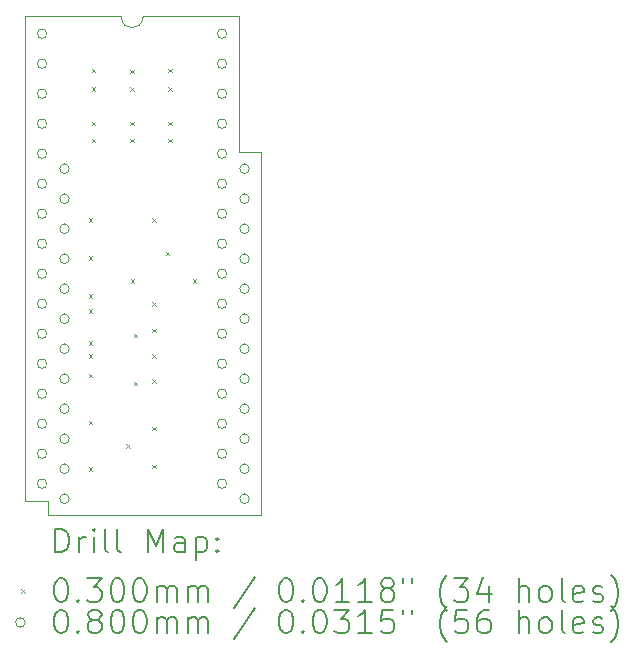
<source format=gbr>
%FSLAX45Y45*%
G04 Gerber Fmt 4.5, Leading zero omitted, Abs format (unit mm)*
G04 Created by KiCad (PCBNEW (6.0.1)) date 2022-02-10 14:07:41*
%MOMM*%
%LPD*%
G01*
G04 APERTURE LIST*
%TA.AperFunction,Profile*%
%ADD10C,0.050000*%
%TD*%
%ADD11C,0.200000*%
%ADD12C,0.030000*%
%ADD13C,0.080000*%
G04 APERTURE END LIST*
D10*
X15670000Y-8439000D02*
X15860500Y-8439000D01*
X13863000Y-11395000D02*
X13863000Y-7290000D01*
X14053500Y-11395000D02*
X13863000Y-11395000D01*
X14856500Y-7298500D02*
X14856500Y-7290000D01*
X14676500Y-7298500D02*
G75*
G03*
X14856500Y-7298500I90000J0D01*
G01*
X15670000Y-7290000D02*
X15670000Y-8439000D01*
X15860500Y-8439000D02*
X15860500Y-11516000D01*
X14676500Y-7290000D02*
X14676500Y-7298500D01*
X14856500Y-7290000D02*
X15670000Y-7290000D01*
X15860500Y-11516000D02*
X14053500Y-11516000D01*
X13863000Y-7290000D02*
X14676500Y-7290000D01*
X14053500Y-11516000D02*
X14053500Y-11395000D01*
D11*
D12*
X14398175Y-9000757D02*
X14428175Y-9030757D01*
X14428175Y-9000757D02*
X14398175Y-9030757D01*
X14398175Y-9321757D02*
X14428175Y-9351757D01*
X14428175Y-9321757D02*
X14398175Y-9351757D01*
X14398175Y-9645000D02*
X14428175Y-9675000D01*
X14428175Y-9645000D02*
X14398175Y-9675000D01*
X14398175Y-9772000D02*
X14428175Y-9802000D01*
X14428175Y-9772000D02*
X14398175Y-9802000D01*
X14398175Y-10043400D02*
X14428175Y-10073400D01*
X14428175Y-10043400D02*
X14398175Y-10073400D01*
X14398175Y-10153000D02*
X14428175Y-10183000D01*
X14428175Y-10153000D02*
X14398175Y-10183000D01*
X14398175Y-10316342D02*
X14428175Y-10346342D01*
X14428175Y-10316342D02*
X14398175Y-10346342D01*
X14398175Y-10712814D02*
X14428175Y-10742814D01*
X14428175Y-10712814D02*
X14398175Y-10742814D01*
X14398175Y-11109285D02*
X14428175Y-11139285D01*
X14428175Y-11109285D02*
X14398175Y-11139285D01*
X14425000Y-8181250D02*
X14455000Y-8211250D01*
X14455000Y-8181250D02*
X14425000Y-8211250D01*
X14426900Y-7733000D02*
X14456900Y-7763000D01*
X14456900Y-7733000D02*
X14426900Y-7763000D01*
X14426900Y-7889250D02*
X14456900Y-7919250D01*
X14456900Y-7889250D02*
X14426900Y-7919250D01*
X14426900Y-8328750D02*
X14456900Y-8358750D01*
X14456900Y-8328750D02*
X14426900Y-8358750D01*
X14718750Y-10915535D02*
X14748750Y-10945535D01*
X14748750Y-10915535D02*
X14718750Y-10945535D01*
X14750700Y-7741750D02*
X14780700Y-7771750D01*
X14780700Y-7741750D02*
X14750700Y-7771750D01*
X14750700Y-7889250D02*
X14780700Y-7919250D01*
X14780700Y-7889250D02*
X14750700Y-7919250D01*
X14750700Y-8181250D02*
X14780700Y-8211250D01*
X14780700Y-8181250D02*
X14750700Y-8211250D01*
X14750700Y-8328750D02*
X14780700Y-8358750D01*
X14780700Y-8328750D02*
X14750700Y-8358750D01*
X14755000Y-9518000D02*
X14785000Y-9548000D01*
X14785000Y-9518000D02*
X14755000Y-9548000D01*
X14781875Y-9977150D02*
X14811875Y-10007150D01*
X14811875Y-9977150D02*
X14781875Y-10007150D01*
X14781875Y-10382592D02*
X14811875Y-10412592D01*
X14811875Y-10382592D02*
X14781875Y-10412592D01*
X14936750Y-8999500D02*
X14966750Y-9029500D01*
X14966750Y-8999500D02*
X14936750Y-9029500D01*
X14936750Y-9712500D02*
X14966750Y-9742500D01*
X14966750Y-9712500D02*
X14936750Y-9742500D01*
X14936750Y-9936500D02*
X14966750Y-9966500D01*
X14966750Y-9936500D02*
X14936750Y-9966500D01*
X14936750Y-10153000D02*
X14966750Y-10183000D01*
X14966750Y-10153000D02*
X14936750Y-10183000D01*
X14936750Y-10362000D02*
X14966750Y-10392000D01*
X14966750Y-10362000D02*
X14936750Y-10392000D01*
X14936750Y-10765000D02*
X14966750Y-10795000D01*
X14966750Y-10765000D02*
X14936750Y-10795000D01*
X14936750Y-11086000D02*
X14966750Y-11116000D01*
X14966750Y-11086000D02*
X14936750Y-11116000D01*
X15050000Y-9285000D02*
X15080000Y-9315000D01*
X15080000Y-9285000D02*
X15050000Y-9315000D01*
X15074500Y-7733000D02*
X15104500Y-7763000D01*
X15104500Y-7733000D02*
X15074500Y-7763000D01*
X15074500Y-7889250D02*
X15104500Y-7919250D01*
X15104500Y-7889250D02*
X15074500Y-7919250D01*
X15074500Y-8181250D02*
X15104500Y-8211250D01*
X15104500Y-8181250D02*
X15074500Y-8211250D01*
X15074500Y-8328750D02*
X15104500Y-8358750D01*
X15104500Y-8328750D02*
X15074500Y-8358750D01*
X15280200Y-9518000D02*
X15310200Y-9548000D01*
X15310200Y-9518000D02*
X15280200Y-9548000D01*
D13*
X14044500Y-7437500D02*
G75*
G03*
X14044500Y-7437500I-40000J0D01*
G01*
X14044500Y-7691500D02*
G75*
G03*
X14044500Y-7691500I-40000J0D01*
G01*
X14044500Y-7945500D02*
G75*
G03*
X14044500Y-7945500I-40000J0D01*
G01*
X14044500Y-8199500D02*
G75*
G03*
X14044500Y-8199500I-40000J0D01*
G01*
X14044500Y-8453500D02*
G75*
G03*
X14044500Y-8453500I-40000J0D01*
G01*
X14044500Y-8707500D02*
G75*
G03*
X14044500Y-8707500I-40000J0D01*
G01*
X14044500Y-8961500D02*
G75*
G03*
X14044500Y-8961500I-40000J0D01*
G01*
X14044500Y-9215500D02*
G75*
G03*
X14044500Y-9215500I-40000J0D01*
G01*
X14044500Y-9469500D02*
G75*
G03*
X14044500Y-9469500I-40000J0D01*
G01*
X14044500Y-9723500D02*
G75*
G03*
X14044500Y-9723500I-40000J0D01*
G01*
X14044500Y-9977500D02*
G75*
G03*
X14044500Y-9977500I-40000J0D01*
G01*
X14044500Y-10231500D02*
G75*
G03*
X14044500Y-10231500I-40000J0D01*
G01*
X14044500Y-10485500D02*
G75*
G03*
X14044500Y-10485500I-40000J0D01*
G01*
X14044500Y-10739500D02*
G75*
G03*
X14044500Y-10739500I-40000J0D01*
G01*
X14044500Y-10993500D02*
G75*
G03*
X14044500Y-10993500I-40000J0D01*
G01*
X14044500Y-11247500D02*
G75*
G03*
X14044500Y-11247500I-40000J0D01*
G01*
X14235000Y-8580500D02*
G75*
G03*
X14235000Y-8580500I-40000J0D01*
G01*
X14235000Y-8834500D02*
G75*
G03*
X14235000Y-8834500I-40000J0D01*
G01*
X14235000Y-9088500D02*
G75*
G03*
X14235000Y-9088500I-40000J0D01*
G01*
X14235000Y-9342500D02*
G75*
G03*
X14235000Y-9342500I-40000J0D01*
G01*
X14235000Y-9596500D02*
G75*
G03*
X14235000Y-9596500I-40000J0D01*
G01*
X14235000Y-9850500D02*
G75*
G03*
X14235000Y-9850500I-40000J0D01*
G01*
X14235000Y-10104500D02*
G75*
G03*
X14235000Y-10104500I-40000J0D01*
G01*
X14235000Y-10358500D02*
G75*
G03*
X14235000Y-10358500I-40000J0D01*
G01*
X14235000Y-10612500D02*
G75*
G03*
X14235000Y-10612500I-40000J0D01*
G01*
X14235000Y-10866500D02*
G75*
G03*
X14235000Y-10866500I-40000J0D01*
G01*
X14235000Y-11120500D02*
G75*
G03*
X14235000Y-11120500I-40000J0D01*
G01*
X14235000Y-11374500D02*
G75*
G03*
X14235000Y-11374500I-40000J0D01*
G01*
X15568500Y-7437500D02*
G75*
G03*
X15568500Y-7437500I-40000J0D01*
G01*
X15568500Y-7691500D02*
G75*
G03*
X15568500Y-7691500I-40000J0D01*
G01*
X15568500Y-7945500D02*
G75*
G03*
X15568500Y-7945500I-40000J0D01*
G01*
X15568500Y-8199500D02*
G75*
G03*
X15568500Y-8199500I-40000J0D01*
G01*
X15568500Y-8453500D02*
G75*
G03*
X15568500Y-8453500I-40000J0D01*
G01*
X15568500Y-8707500D02*
G75*
G03*
X15568500Y-8707500I-40000J0D01*
G01*
X15568500Y-8961500D02*
G75*
G03*
X15568500Y-8961500I-40000J0D01*
G01*
X15568500Y-9215500D02*
G75*
G03*
X15568500Y-9215500I-40000J0D01*
G01*
X15568500Y-9469500D02*
G75*
G03*
X15568500Y-9469500I-40000J0D01*
G01*
X15568500Y-9723500D02*
G75*
G03*
X15568500Y-9723500I-40000J0D01*
G01*
X15568500Y-9977500D02*
G75*
G03*
X15568500Y-9977500I-40000J0D01*
G01*
X15568500Y-10231500D02*
G75*
G03*
X15568500Y-10231500I-40000J0D01*
G01*
X15568500Y-10485500D02*
G75*
G03*
X15568500Y-10485500I-40000J0D01*
G01*
X15568500Y-10739500D02*
G75*
G03*
X15568500Y-10739500I-40000J0D01*
G01*
X15568500Y-10993500D02*
G75*
G03*
X15568500Y-10993500I-40000J0D01*
G01*
X15568500Y-11247500D02*
G75*
G03*
X15568500Y-11247500I-40000J0D01*
G01*
X15759000Y-8580500D02*
G75*
G03*
X15759000Y-8580500I-40000J0D01*
G01*
X15759000Y-8834500D02*
G75*
G03*
X15759000Y-8834500I-40000J0D01*
G01*
X15759000Y-9088500D02*
G75*
G03*
X15759000Y-9088500I-40000J0D01*
G01*
X15759000Y-9342500D02*
G75*
G03*
X15759000Y-9342500I-40000J0D01*
G01*
X15759000Y-9596500D02*
G75*
G03*
X15759000Y-9596500I-40000J0D01*
G01*
X15759000Y-9850500D02*
G75*
G03*
X15759000Y-9850500I-40000J0D01*
G01*
X15759000Y-10104500D02*
G75*
G03*
X15759000Y-10104500I-40000J0D01*
G01*
X15759000Y-10358500D02*
G75*
G03*
X15759000Y-10358500I-40000J0D01*
G01*
X15759000Y-10612500D02*
G75*
G03*
X15759000Y-10612500I-40000J0D01*
G01*
X15759000Y-10866500D02*
G75*
G03*
X15759000Y-10866500I-40000J0D01*
G01*
X15759000Y-11120500D02*
G75*
G03*
X15759000Y-11120500I-40000J0D01*
G01*
X15759000Y-11374500D02*
G75*
G03*
X15759000Y-11374500I-40000J0D01*
G01*
D11*
X14118119Y-11828976D02*
X14118119Y-11628976D01*
X14165738Y-11628976D01*
X14194309Y-11638500D01*
X14213357Y-11657548D01*
X14222881Y-11676595D01*
X14232405Y-11714690D01*
X14232405Y-11743262D01*
X14222881Y-11781357D01*
X14213357Y-11800405D01*
X14194309Y-11819452D01*
X14165738Y-11828976D01*
X14118119Y-11828976D01*
X14318119Y-11828976D02*
X14318119Y-11695643D01*
X14318119Y-11733738D02*
X14327643Y-11714690D01*
X14337167Y-11705167D01*
X14356214Y-11695643D01*
X14375262Y-11695643D01*
X14441928Y-11828976D02*
X14441928Y-11695643D01*
X14441928Y-11628976D02*
X14432405Y-11638500D01*
X14441928Y-11648024D01*
X14451452Y-11638500D01*
X14441928Y-11628976D01*
X14441928Y-11648024D01*
X14565738Y-11828976D02*
X14546690Y-11819452D01*
X14537167Y-11800405D01*
X14537167Y-11628976D01*
X14670500Y-11828976D02*
X14651452Y-11819452D01*
X14641928Y-11800405D01*
X14641928Y-11628976D01*
X14899071Y-11828976D02*
X14899071Y-11628976D01*
X14965738Y-11771833D01*
X15032405Y-11628976D01*
X15032405Y-11828976D01*
X15213357Y-11828976D02*
X15213357Y-11724214D01*
X15203833Y-11705167D01*
X15184786Y-11695643D01*
X15146690Y-11695643D01*
X15127643Y-11705167D01*
X15213357Y-11819452D02*
X15194309Y-11828976D01*
X15146690Y-11828976D01*
X15127643Y-11819452D01*
X15118119Y-11800405D01*
X15118119Y-11781357D01*
X15127643Y-11762309D01*
X15146690Y-11752786D01*
X15194309Y-11752786D01*
X15213357Y-11743262D01*
X15308595Y-11695643D02*
X15308595Y-11895643D01*
X15308595Y-11705167D02*
X15327643Y-11695643D01*
X15365738Y-11695643D01*
X15384786Y-11705167D01*
X15394309Y-11714690D01*
X15403833Y-11733738D01*
X15403833Y-11790881D01*
X15394309Y-11809928D01*
X15384786Y-11819452D01*
X15365738Y-11828976D01*
X15327643Y-11828976D01*
X15308595Y-11819452D01*
X15489548Y-11809928D02*
X15499071Y-11819452D01*
X15489548Y-11828976D01*
X15480024Y-11819452D01*
X15489548Y-11809928D01*
X15489548Y-11828976D01*
X15489548Y-11705167D02*
X15499071Y-11714690D01*
X15489548Y-11724214D01*
X15480024Y-11714690D01*
X15489548Y-11705167D01*
X15489548Y-11724214D01*
D12*
X13830500Y-12143500D02*
X13860500Y-12173500D01*
X13860500Y-12143500D02*
X13830500Y-12173500D01*
D11*
X14156214Y-12048976D02*
X14175262Y-12048976D01*
X14194309Y-12058500D01*
X14203833Y-12068024D01*
X14213357Y-12087071D01*
X14222881Y-12125167D01*
X14222881Y-12172786D01*
X14213357Y-12210881D01*
X14203833Y-12229928D01*
X14194309Y-12239452D01*
X14175262Y-12248976D01*
X14156214Y-12248976D01*
X14137167Y-12239452D01*
X14127643Y-12229928D01*
X14118119Y-12210881D01*
X14108595Y-12172786D01*
X14108595Y-12125167D01*
X14118119Y-12087071D01*
X14127643Y-12068024D01*
X14137167Y-12058500D01*
X14156214Y-12048976D01*
X14308595Y-12229928D02*
X14318119Y-12239452D01*
X14308595Y-12248976D01*
X14299071Y-12239452D01*
X14308595Y-12229928D01*
X14308595Y-12248976D01*
X14384786Y-12048976D02*
X14508595Y-12048976D01*
X14441928Y-12125167D01*
X14470500Y-12125167D01*
X14489548Y-12134690D01*
X14499071Y-12144214D01*
X14508595Y-12163262D01*
X14508595Y-12210881D01*
X14499071Y-12229928D01*
X14489548Y-12239452D01*
X14470500Y-12248976D01*
X14413357Y-12248976D01*
X14394309Y-12239452D01*
X14384786Y-12229928D01*
X14632405Y-12048976D02*
X14651452Y-12048976D01*
X14670500Y-12058500D01*
X14680024Y-12068024D01*
X14689548Y-12087071D01*
X14699071Y-12125167D01*
X14699071Y-12172786D01*
X14689548Y-12210881D01*
X14680024Y-12229928D01*
X14670500Y-12239452D01*
X14651452Y-12248976D01*
X14632405Y-12248976D01*
X14613357Y-12239452D01*
X14603833Y-12229928D01*
X14594309Y-12210881D01*
X14584786Y-12172786D01*
X14584786Y-12125167D01*
X14594309Y-12087071D01*
X14603833Y-12068024D01*
X14613357Y-12058500D01*
X14632405Y-12048976D01*
X14822881Y-12048976D02*
X14841928Y-12048976D01*
X14860976Y-12058500D01*
X14870500Y-12068024D01*
X14880024Y-12087071D01*
X14889548Y-12125167D01*
X14889548Y-12172786D01*
X14880024Y-12210881D01*
X14870500Y-12229928D01*
X14860976Y-12239452D01*
X14841928Y-12248976D01*
X14822881Y-12248976D01*
X14803833Y-12239452D01*
X14794309Y-12229928D01*
X14784786Y-12210881D01*
X14775262Y-12172786D01*
X14775262Y-12125167D01*
X14784786Y-12087071D01*
X14794309Y-12068024D01*
X14803833Y-12058500D01*
X14822881Y-12048976D01*
X14975262Y-12248976D02*
X14975262Y-12115643D01*
X14975262Y-12134690D02*
X14984786Y-12125167D01*
X15003833Y-12115643D01*
X15032405Y-12115643D01*
X15051452Y-12125167D01*
X15060976Y-12144214D01*
X15060976Y-12248976D01*
X15060976Y-12144214D02*
X15070500Y-12125167D01*
X15089548Y-12115643D01*
X15118119Y-12115643D01*
X15137167Y-12125167D01*
X15146690Y-12144214D01*
X15146690Y-12248976D01*
X15241928Y-12248976D02*
X15241928Y-12115643D01*
X15241928Y-12134690D02*
X15251452Y-12125167D01*
X15270500Y-12115643D01*
X15299071Y-12115643D01*
X15318119Y-12125167D01*
X15327643Y-12144214D01*
X15327643Y-12248976D01*
X15327643Y-12144214D02*
X15337167Y-12125167D01*
X15356214Y-12115643D01*
X15384786Y-12115643D01*
X15403833Y-12125167D01*
X15413357Y-12144214D01*
X15413357Y-12248976D01*
X15803833Y-12039452D02*
X15632405Y-12296595D01*
X16060976Y-12048976D02*
X16080024Y-12048976D01*
X16099071Y-12058500D01*
X16108595Y-12068024D01*
X16118119Y-12087071D01*
X16127643Y-12125167D01*
X16127643Y-12172786D01*
X16118119Y-12210881D01*
X16108595Y-12229928D01*
X16099071Y-12239452D01*
X16080024Y-12248976D01*
X16060976Y-12248976D01*
X16041928Y-12239452D01*
X16032405Y-12229928D01*
X16022881Y-12210881D01*
X16013357Y-12172786D01*
X16013357Y-12125167D01*
X16022881Y-12087071D01*
X16032405Y-12068024D01*
X16041928Y-12058500D01*
X16060976Y-12048976D01*
X16213357Y-12229928D02*
X16222881Y-12239452D01*
X16213357Y-12248976D01*
X16203833Y-12239452D01*
X16213357Y-12229928D01*
X16213357Y-12248976D01*
X16346690Y-12048976D02*
X16365738Y-12048976D01*
X16384786Y-12058500D01*
X16394309Y-12068024D01*
X16403833Y-12087071D01*
X16413357Y-12125167D01*
X16413357Y-12172786D01*
X16403833Y-12210881D01*
X16394309Y-12229928D01*
X16384786Y-12239452D01*
X16365738Y-12248976D01*
X16346690Y-12248976D01*
X16327643Y-12239452D01*
X16318119Y-12229928D01*
X16308595Y-12210881D01*
X16299071Y-12172786D01*
X16299071Y-12125167D01*
X16308595Y-12087071D01*
X16318119Y-12068024D01*
X16327643Y-12058500D01*
X16346690Y-12048976D01*
X16603833Y-12248976D02*
X16489548Y-12248976D01*
X16546690Y-12248976D02*
X16546690Y-12048976D01*
X16527643Y-12077548D01*
X16508595Y-12096595D01*
X16489548Y-12106119D01*
X16794310Y-12248976D02*
X16680024Y-12248976D01*
X16737167Y-12248976D02*
X16737167Y-12048976D01*
X16718119Y-12077548D01*
X16699071Y-12096595D01*
X16680024Y-12106119D01*
X16908595Y-12134690D02*
X16889548Y-12125167D01*
X16880024Y-12115643D01*
X16870500Y-12096595D01*
X16870500Y-12087071D01*
X16880024Y-12068024D01*
X16889548Y-12058500D01*
X16908595Y-12048976D01*
X16946690Y-12048976D01*
X16965738Y-12058500D01*
X16975262Y-12068024D01*
X16984786Y-12087071D01*
X16984786Y-12096595D01*
X16975262Y-12115643D01*
X16965738Y-12125167D01*
X16946690Y-12134690D01*
X16908595Y-12134690D01*
X16889548Y-12144214D01*
X16880024Y-12153738D01*
X16870500Y-12172786D01*
X16870500Y-12210881D01*
X16880024Y-12229928D01*
X16889548Y-12239452D01*
X16908595Y-12248976D01*
X16946690Y-12248976D01*
X16965738Y-12239452D01*
X16975262Y-12229928D01*
X16984786Y-12210881D01*
X16984786Y-12172786D01*
X16975262Y-12153738D01*
X16965738Y-12144214D01*
X16946690Y-12134690D01*
X17060976Y-12048976D02*
X17060976Y-12087071D01*
X17137167Y-12048976D02*
X17137167Y-12087071D01*
X17432405Y-12325167D02*
X17422881Y-12315643D01*
X17403833Y-12287071D01*
X17394310Y-12268024D01*
X17384786Y-12239452D01*
X17375262Y-12191833D01*
X17375262Y-12153738D01*
X17384786Y-12106119D01*
X17394310Y-12077548D01*
X17403833Y-12058500D01*
X17422881Y-12029928D01*
X17432405Y-12020405D01*
X17489548Y-12048976D02*
X17613357Y-12048976D01*
X17546690Y-12125167D01*
X17575262Y-12125167D01*
X17594310Y-12134690D01*
X17603833Y-12144214D01*
X17613357Y-12163262D01*
X17613357Y-12210881D01*
X17603833Y-12229928D01*
X17594310Y-12239452D01*
X17575262Y-12248976D01*
X17518119Y-12248976D01*
X17499071Y-12239452D01*
X17489548Y-12229928D01*
X17784786Y-12115643D02*
X17784786Y-12248976D01*
X17737167Y-12039452D02*
X17689548Y-12182309D01*
X17813357Y-12182309D01*
X18041929Y-12248976D02*
X18041929Y-12048976D01*
X18127643Y-12248976D02*
X18127643Y-12144214D01*
X18118119Y-12125167D01*
X18099071Y-12115643D01*
X18070500Y-12115643D01*
X18051452Y-12125167D01*
X18041929Y-12134690D01*
X18251452Y-12248976D02*
X18232405Y-12239452D01*
X18222881Y-12229928D01*
X18213357Y-12210881D01*
X18213357Y-12153738D01*
X18222881Y-12134690D01*
X18232405Y-12125167D01*
X18251452Y-12115643D01*
X18280024Y-12115643D01*
X18299071Y-12125167D01*
X18308595Y-12134690D01*
X18318119Y-12153738D01*
X18318119Y-12210881D01*
X18308595Y-12229928D01*
X18299071Y-12239452D01*
X18280024Y-12248976D01*
X18251452Y-12248976D01*
X18432405Y-12248976D02*
X18413357Y-12239452D01*
X18403833Y-12220405D01*
X18403833Y-12048976D01*
X18584786Y-12239452D02*
X18565738Y-12248976D01*
X18527643Y-12248976D01*
X18508595Y-12239452D01*
X18499071Y-12220405D01*
X18499071Y-12144214D01*
X18508595Y-12125167D01*
X18527643Y-12115643D01*
X18565738Y-12115643D01*
X18584786Y-12125167D01*
X18594310Y-12144214D01*
X18594310Y-12163262D01*
X18499071Y-12182309D01*
X18670500Y-12239452D02*
X18689548Y-12248976D01*
X18727643Y-12248976D01*
X18746690Y-12239452D01*
X18756214Y-12220405D01*
X18756214Y-12210881D01*
X18746690Y-12191833D01*
X18727643Y-12182309D01*
X18699071Y-12182309D01*
X18680024Y-12172786D01*
X18670500Y-12153738D01*
X18670500Y-12144214D01*
X18680024Y-12125167D01*
X18699071Y-12115643D01*
X18727643Y-12115643D01*
X18746690Y-12125167D01*
X18822881Y-12325167D02*
X18832405Y-12315643D01*
X18851452Y-12287071D01*
X18860976Y-12268024D01*
X18870500Y-12239452D01*
X18880024Y-12191833D01*
X18880024Y-12153738D01*
X18870500Y-12106119D01*
X18860976Y-12077548D01*
X18851452Y-12058500D01*
X18832405Y-12029928D01*
X18822881Y-12020405D01*
D13*
X13860500Y-12422500D02*
G75*
G03*
X13860500Y-12422500I-40000J0D01*
G01*
D11*
X14156214Y-12312976D02*
X14175262Y-12312976D01*
X14194309Y-12322500D01*
X14203833Y-12332024D01*
X14213357Y-12351071D01*
X14222881Y-12389167D01*
X14222881Y-12436786D01*
X14213357Y-12474881D01*
X14203833Y-12493928D01*
X14194309Y-12503452D01*
X14175262Y-12512976D01*
X14156214Y-12512976D01*
X14137167Y-12503452D01*
X14127643Y-12493928D01*
X14118119Y-12474881D01*
X14108595Y-12436786D01*
X14108595Y-12389167D01*
X14118119Y-12351071D01*
X14127643Y-12332024D01*
X14137167Y-12322500D01*
X14156214Y-12312976D01*
X14308595Y-12493928D02*
X14318119Y-12503452D01*
X14308595Y-12512976D01*
X14299071Y-12503452D01*
X14308595Y-12493928D01*
X14308595Y-12512976D01*
X14432405Y-12398690D02*
X14413357Y-12389167D01*
X14403833Y-12379643D01*
X14394309Y-12360595D01*
X14394309Y-12351071D01*
X14403833Y-12332024D01*
X14413357Y-12322500D01*
X14432405Y-12312976D01*
X14470500Y-12312976D01*
X14489548Y-12322500D01*
X14499071Y-12332024D01*
X14508595Y-12351071D01*
X14508595Y-12360595D01*
X14499071Y-12379643D01*
X14489548Y-12389167D01*
X14470500Y-12398690D01*
X14432405Y-12398690D01*
X14413357Y-12408214D01*
X14403833Y-12417738D01*
X14394309Y-12436786D01*
X14394309Y-12474881D01*
X14403833Y-12493928D01*
X14413357Y-12503452D01*
X14432405Y-12512976D01*
X14470500Y-12512976D01*
X14489548Y-12503452D01*
X14499071Y-12493928D01*
X14508595Y-12474881D01*
X14508595Y-12436786D01*
X14499071Y-12417738D01*
X14489548Y-12408214D01*
X14470500Y-12398690D01*
X14632405Y-12312976D02*
X14651452Y-12312976D01*
X14670500Y-12322500D01*
X14680024Y-12332024D01*
X14689548Y-12351071D01*
X14699071Y-12389167D01*
X14699071Y-12436786D01*
X14689548Y-12474881D01*
X14680024Y-12493928D01*
X14670500Y-12503452D01*
X14651452Y-12512976D01*
X14632405Y-12512976D01*
X14613357Y-12503452D01*
X14603833Y-12493928D01*
X14594309Y-12474881D01*
X14584786Y-12436786D01*
X14584786Y-12389167D01*
X14594309Y-12351071D01*
X14603833Y-12332024D01*
X14613357Y-12322500D01*
X14632405Y-12312976D01*
X14822881Y-12312976D02*
X14841928Y-12312976D01*
X14860976Y-12322500D01*
X14870500Y-12332024D01*
X14880024Y-12351071D01*
X14889548Y-12389167D01*
X14889548Y-12436786D01*
X14880024Y-12474881D01*
X14870500Y-12493928D01*
X14860976Y-12503452D01*
X14841928Y-12512976D01*
X14822881Y-12512976D01*
X14803833Y-12503452D01*
X14794309Y-12493928D01*
X14784786Y-12474881D01*
X14775262Y-12436786D01*
X14775262Y-12389167D01*
X14784786Y-12351071D01*
X14794309Y-12332024D01*
X14803833Y-12322500D01*
X14822881Y-12312976D01*
X14975262Y-12512976D02*
X14975262Y-12379643D01*
X14975262Y-12398690D02*
X14984786Y-12389167D01*
X15003833Y-12379643D01*
X15032405Y-12379643D01*
X15051452Y-12389167D01*
X15060976Y-12408214D01*
X15060976Y-12512976D01*
X15060976Y-12408214D02*
X15070500Y-12389167D01*
X15089548Y-12379643D01*
X15118119Y-12379643D01*
X15137167Y-12389167D01*
X15146690Y-12408214D01*
X15146690Y-12512976D01*
X15241928Y-12512976D02*
X15241928Y-12379643D01*
X15241928Y-12398690D02*
X15251452Y-12389167D01*
X15270500Y-12379643D01*
X15299071Y-12379643D01*
X15318119Y-12389167D01*
X15327643Y-12408214D01*
X15327643Y-12512976D01*
X15327643Y-12408214D02*
X15337167Y-12389167D01*
X15356214Y-12379643D01*
X15384786Y-12379643D01*
X15403833Y-12389167D01*
X15413357Y-12408214D01*
X15413357Y-12512976D01*
X15803833Y-12303452D02*
X15632405Y-12560595D01*
X16060976Y-12312976D02*
X16080024Y-12312976D01*
X16099071Y-12322500D01*
X16108595Y-12332024D01*
X16118119Y-12351071D01*
X16127643Y-12389167D01*
X16127643Y-12436786D01*
X16118119Y-12474881D01*
X16108595Y-12493928D01*
X16099071Y-12503452D01*
X16080024Y-12512976D01*
X16060976Y-12512976D01*
X16041928Y-12503452D01*
X16032405Y-12493928D01*
X16022881Y-12474881D01*
X16013357Y-12436786D01*
X16013357Y-12389167D01*
X16022881Y-12351071D01*
X16032405Y-12332024D01*
X16041928Y-12322500D01*
X16060976Y-12312976D01*
X16213357Y-12493928D02*
X16222881Y-12503452D01*
X16213357Y-12512976D01*
X16203833Y-12503452D01*
X16213357Y-12493928D01*
X16213357Y-12512976D01*
X16346690Y-12312976D02*
X16365738Y-12312976D01*
X16384786Y-12322500D01*
X16394309Y-12332024D01*
X16403833Y-12351071D01*
X16413357Y-12389167D01*
X16413357Y-12436786D01*
X16403833Y-12474881D01*
X16394309Y-12493928D01*
X16384786Y-12503452D01*
X16365738Y-12512976D01*
X16346690Y-12512976D01*
X16327643Y-12503452D01*
X16318119Y-12493928D01*
X16308595Y-12474881D01*
X16299071Y-12436786D01*
X16299071Y-12389167D01*
X16308595Y-12351071D01*
X16318119Y-12332024D01*
X16327643Y-12322500D01*
X16346690Y-12312976D01*
X16480024Y-12312976D02*
X16603833Y-12312976D01*
X16537167Y-12389167D01*
X16565738Y-12389167D01*
X16584786Y-12398690D01*
X16594309Y-12408214D01*
X16603833Y-12427262D01*
X16603833Y-12474881D01*
X16594309Y-12493928D01*
X16584786Y-12503452D01*
X16565738Y-12512976D01*
X16508595Y-12512976D01*
X16489548Y-12503452D01*
X16480024Y-12493928D01*
X16794310Y-12512976D02*
X16680024Y-12512976D01*
X16737167Y-12512976D02*
X16737167Y-12312976D01*
X16718119Y-12341548D01*
X16699071Y-12360595D01*
X16680024Y-12370119D01*
X16975262Y-12312976D02*
X16880024Y-12312976D01*
X16870500Y-12408214D01*
X16880024Y-12398690D01*
X16899071Y-12389167D01*
X16946690Y-12389167D01*
X16965738Y-12398690D01*
X16975262Y-12408214D01*
X16984786Y-12427262D01*
X16984786Y-12474881D01*
X16975262Y-12493928D01*
X16965738Y-12503452D01*
X16946690Y-12512976D01*
X16899071Y-12512976D01*
X16880024Y-12503452D01*
X16870500Y-12493928D01*
X17060976Y-12312976D02*
X17060976Y-12351071D01*
X17137167Y-12312976D02*
X17137167Y-12351071D01*
X17432405Y-12589167D02*
X17422881Y-12579643D01*
X17403833Y-12551071D01*
X17394310Y-12532024D01*
X17384786Y-12503452D01*
X17375262Y-12455833D01*
X17375262Y-12417738D01*
X17384786Y-12370119D01*
X17394310Y-12341548D01*
X17403833Y-12322500D01*
X17422881Y-12293928D01*
X17432405Y-12284405D01*
X17603833Y-12312976D02*
X17508595Y-12312976D01*
X17499071Y-12408214D01*
X17508595Y-12398690D01*
X17527643Y-12389167D01*
X17575262Y-12389167D01*
X17594310Y-12398690D01*
X17603833Y-12408214D01*
X17613357Y-12427262D01*
X17613357Y-12474881D01*
X17603833Y-12493928D01*
X17594310Y-12503452D01*
X17575262Y-12512976D01*
X17527643Y-12512976D01*
X17508595Y-12503452D01*
X17499071Y-12493928D01*
X17784786Y-12312976D02*
X17746690Y-12312976D01*
X17727643Y-12322500D01*
X17718119Y-12332024D01*
X17699071Y-12360595D01*
X17689548Y-12398690D01*
X17689548Y-12474881D01*
X17699071Y-12493928D01*
X17708595Y-12503452D01*
X17727643Y-12512976D01*
X17765738Y-12512976D01*
X17784786Y-12503452D01*
X17794310Y-12493928D01*
X17803833Y-12474881D01*
X17803833Y-12427262D01*
X17794310Y-12408214D01*
X17784786Y-12398690D01*
X17765738Y-12389167D01*
X17727643Y-12389167D01*
X17708595Y-12398690D01*
X17699071Y-12408214D01*
X17689548Y-12427262D01*
X18041929Y-12512976D02*
X18041929Y-12312976D01*
X18127643Y-12512976D02*
X18127643Y-12408214D01*
X18118119Y-12389167D01*
X18099071Y-12379643D01*
X18070500Y-12379643D01*
X18051452Y-12389167D01*
X18041929Y-12398690D01*
X18251452Y-12512976D02*
X18232405Y-12503452D01*
X18222881Y-12493928D01*
X18213357Y-12474881D01*
X18213357Y-12417738D01*
X18222881Y-12398690D01*
X18232405Y-12389167D01*
X18251452Y-12379643D01*
X18280024Y-12379643D01*
X18299071Y-12389167D01*
X18308595Y-12398690D01*
X18318119Y-12417738D01*
X18318119Y-12474881D01*
X18308595Y-12493928D01*
X18299071Y-12503452D01*
X18280024Y-12512976D01*
X18251452Y-12512976D01*
X18432405Y-12512976D02*
X18413357Y-12503452D01*
X18403833Y-12484405D01*
X18403833Y-12312976D01*
X18584786Y-12503452D02*
X18565738Y-12512976D01*
X18527643Y-12512976D01*
X18508595Y-12503452D01*
X18499071Y-12484405D01*
X18499071Y-12408214D01*
X18508595Y-12389167D01*
X18527643Y-12379643D01*
X18565738Y-12379643D01*
X18584786Y-12389167D01*
X18594310Y-12408214D01*
X18594310Y-12427262D01*
X18499071Y-12446309D01*
X18670500Y-12503452D02*
X18689548Y-12512976D01*
X18727643Y-12512976D01*
X18746690Y-12503452D01*
X18756214Y-12484405D01*
X18756214Y-12474881D01*
X18746690Y-12455833D01*
X18727643Y-12446309D01*
X18699071Y-12446309D01*
X18680024Y-12436786D01*
X18670500Y-12417738D01*
X18670500Y-12408214D01*
X18680024Y-12389167D01*
X18699071Y-12379643D01*
X18727643Y-12379643D01*
X18746690Y-12389167D01*
X18822881Y-12589167D02*
X18832405Y-12579643D01*
X18851452Y-12551071D01*
X18860976Y-12532024D01*
X18870500Y-12503452D01*
X18880024Y-12455833D01*
X18880024Y-12417738D01*
X18870500Y-12370119D01*
X18860976Y-12341548D01*
X18851452Y-12322500D01*
X18832405Y-12293928D01*
X18822881Y-12284405D01*
M02*

</source>
